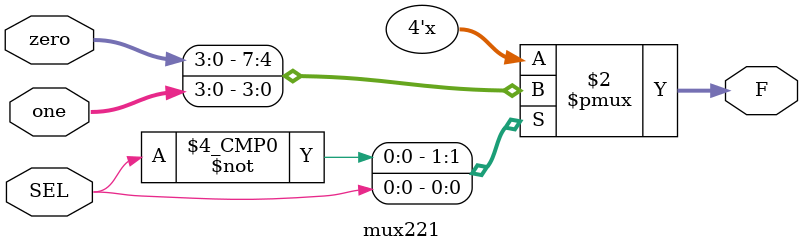
<source format=sv>
`timescale 1ns / 1ps


module mux221 # (parameter WIDTH = 4) (
    input [WIDTH-1:0] zero,
    input [WIDTH-1:0] one,
    input SEL,
    output logic [WIDTH-1:0] F
    );
    
    always_comb
    begin
        case(SEL)
            1'b0: F = zero;
            1'b1: F = one;
            default: F = zero;
        endcase
    end
endmodule

</source>
